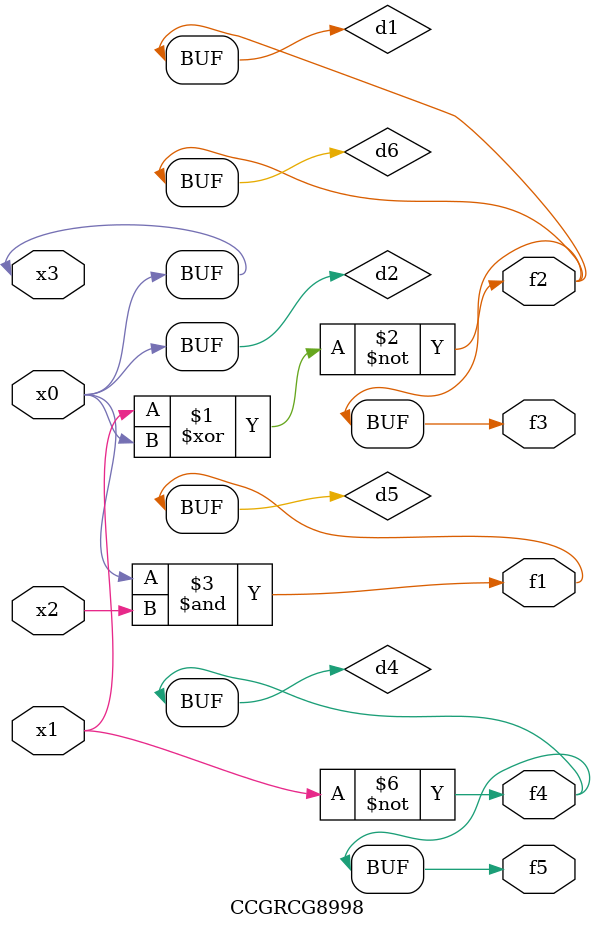
<source format=v>
module CCGRCG8998(
	input x0, x1, x2, x3,
	output f1, f2, f3, f4, f5
);

	wire d1, d2, d3, d4, d5, d6;

	xnor (d1, x1, x3);
	buf (d2, x0, x3);
	nand (d3, x0, x2);
	not (d4, x1);
	nand (d5, d3);
	or (d6, d1);
	assign f1 = d5;
	assign f2 = d6;
	assign f3 = d6;
	assign f4 = d4;
	assign f5 = d4;
endmodule

</source>
